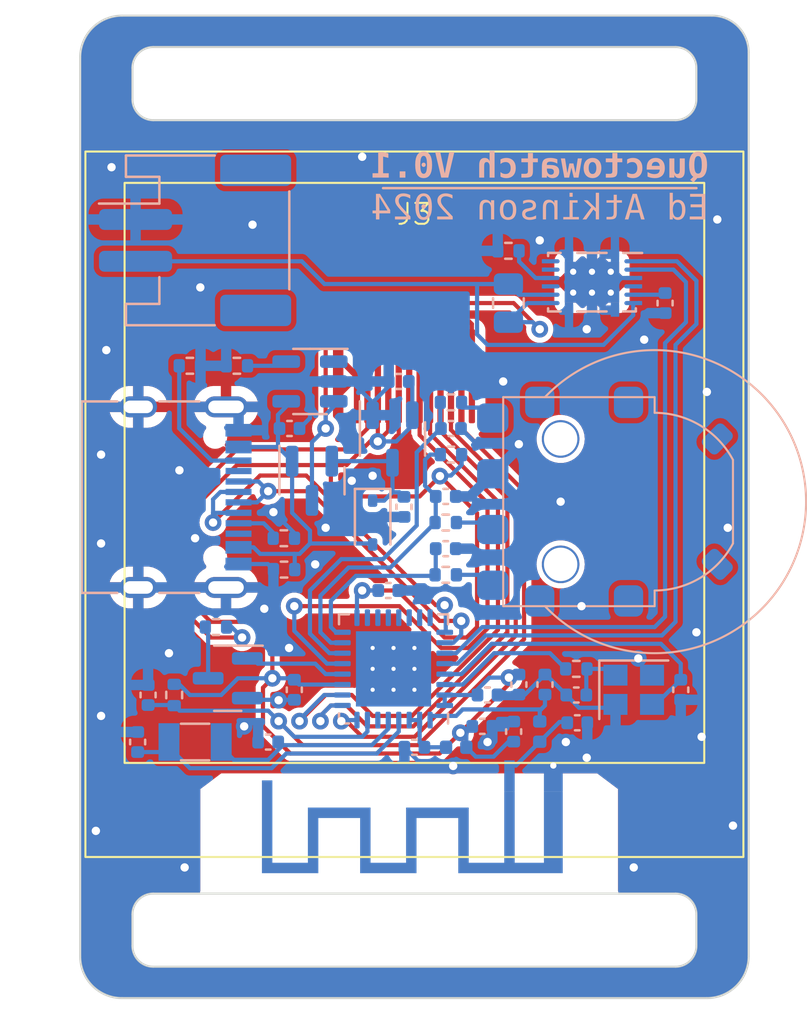
<source format=kicad_pcb>
(kicad_pcb (version 20221018) (generator pcbnew)
  (layers (0 "F.Cu" signal) (31 "B.Cu" signal) (34 "B.Paste" user) (35 "F.Paste" user) (36 "B.SilkS" user "B.Silkscreen") (37 "F.SilkS" user "F.Silkscreen") (38 "B.Mask" user) (39 "F.Mask" user) (44 "Edge.Cuts" user))
  (net 0 "")
  (net 1 "GND")
  (net 2 "VBUS")
  (net 3 "Net-(J1-CC1)")
  (net 4 "/USB_DP")
  (net 5 "/USB_DN")
  (net 7 "Net-(J1-CC2)")
  (net 9 "+3V3")
  (net 10 "/~{RESET}")
  (net 11 "/SCK")
  (net 12 "/MOSI")
  (net 13 "+BATT")
  (net 14 "Net-(U1-XTAL_32K_P{slash}ADC1_CH0{slash}IO0)")
  (net 15 "Net-(U1-XTAL_32K_N{slash}ADC1_CH1{slash}IO1)")
  (net 23 "Net-(U1-XTAL_N)")
  (net 24 "Net-(U1-XTAL_P)")
  (net 25 "/SDA")
  (net 26 "/SCL")
  (net 28 "Net-(U2-V_{DD})")
  (net 30 "Net-(U2-BIN)")
  (net 33 "Net-(U3-PROG)")
  (net 34 "Net-(C1-Pad2)")
  (net 35 "/LCD_CS")
  (net 36 "/LCD_DC")
  (net 37 "/LCD_BL")
  (net 38 "/ENC_SW")
  (net 39 "/ENC_A")
  (net 40 "/ENC_B")
  (net 42 "/LCD_BL_K")
  (net 43 "Net-(Q2-D)")
  (net 44 "/LNA_IN")
  (net 45 "Net-(AE1-FEED)")
  (net 46 "Net-(J4-Pin_1)")
  (net 47 "Net-(J4-Pin_2)")
  (net 48 "Net-(J4-Pin_4)")
  (net 50 "Net-(C8-Pad1)")
  (net 51 "Net-(D1-K)")
  (net 52 "Net-(J2-Pin_2)")
  (footprint "local:1.54 ST7789" (layer "F.Cu") (at 130 58)
    (fp_text reference "J3")
    (fp_text value "ST7789 1.54\" LCD")
  )
  (footprint "Capacitor_SMD:C_0402_1005Metric" (layer "B.Cu") (at 142 48.5 -90)
    (fp_text reference "C14" hide)
    (fp_text value "470n")
  )
  (footprint "Capacitor_SMD:C_0402_1005Metric" (layer "B.Cu") (at 131.5 60.25)
    (fp_text reference "C20" hide)
    (fp_text value "10n")
  )
  (footprint "Resistor_SMD:R_0402_1005Metric" (layer "B.Cu") (at 118.5 67.25 -90)
    (fp_text reference "R1" hide)
    (fp_text value "10K")
  )
  (footprint "Capacitor_SMD:C_0402_1005Metric" (layer "B.Cu") (at 124.02 54.5)
    (fp_text reference "C15" hide)
    (fp_text value "1u")
  )
  (footprint "Capacitor_SMD:C_0402_1005Metric" (layer "B.Cu") (at 133.5 67.25)
    (fp_text reference "C12" hide)
    (fp_text value "10n")
  )
  (footprint "Package_TO_SOT_SMD:SOT-23" (layer "B.Cu") (at 121.0625 66.45 180)
    (fp_text reference "Q2" hide)
    (fp_text value "AO3400A")
  )
  (footprint "Resistor_SMD:R_0402_1005Metric" (layer "B.Cu") (at 131.5 59)
    (fp_text reference "R12" hide)
    (fp_text value "10K")
  )
  (footprint "Capacitor_SMD:C_0402_1005Metric" (layer "B.Cu") (at 137.795 68.58)
    (fp_text reference "C19" hide)
    (fp_text value "3p3")
  )
  (footprint "Resistor_SMD:R_0402_1005Metric" (layer "B.Cu") (at 123.76 61.25)
    (fp_text reference "R10" hide)
    (fp_text value "10K")
  )
  (footprint "Package_TO_SOT_SMD:SOT-23-5" (layer "B.Cu") (at 125 52.25 180)
    (fp_text reference "U3" hide)
    (fp_text value "TP4054")
  )
  (footprint "Resistor_SMD:R_0402_1005Metric" (layer "B.Cu") (at 131.5 61.5)
    (fp_text reference "R11" hide)
    (fp_text value "10K")
  )
  (footprint "Resistor_SMD:R_0402_1005Metric" (layer "B.Cu") (at 119.25 51.5 180)
    (fp_text reference "R3" hide)
    (fp_text value "5K1")
  )
  (footprint "Crystal:Crystal_SMD_3215-2Pin_3.2x1.5mm" (layer "B.Cu") (at 119.5 69.5)
    (fp_text reference "Y2" hide)
    (fp_text value "32.768kHz 6pF ±20ppm")
  )
  (footprint "Capacitor_SMD:C_0402_1005Metric" (layer "B.Cu") (at 133.25 68.75)
    (fp_text reference "C5" hide)
    (fp_text value "10u")
  )
  (footprint "Package_DFN_QFN:QFN-32-1EP_5x5mm_P0.5mm_EP3.6x3.6mm_ThermalVias" (layer "B.Cu") (at 129 66 90)
    (fp_text reference "U1" hide)
    (fp_text value "ESP32-C3FH4AZ")
  )
  (footprint "Inductor_SMD:L_0402_1005Metric" (layer "B.Cu") (at 132 69.75 180)
    (fp_text reference "L1" hide)
    (fp_text value "2n2")
  )
  (footprint "Resistor_SMD:R_0402_1005Metric" (layer "B.Cu") (at 123.75 59.75)
    (fp_text reference "R4" hide)
    (fp_text value "5K1")
  )
  (footprint "Connector_USB:USB_C_Receptacle_G-Switch_GT-USB-7010ASV" (layer "B.Cu") (at 117.856 57.785 90)
    (fp_text reference "J1" hide)
    (fp_text value "USB_C_Receptacle_USB2.0")
  )
  (footprint "Connector_JST:JST_PH_S2B-PH-SM4-TB_1x02-1MP_P2.00mm_Horizontal" (layer "B.Cu") (at 119.5 45.5 -90)
    (fp_text reference "J2" hide)
    (fp_text value "Battery")
  )
  (footprint "Resistor_SMD:R_0402_1005Metric" (layer "B.Cu") (at 131.75 55.75 180)
    (fp_text reference "R5" hide)
    (fp_text value "10K")
  )
  (footprint "Resistor_SMD:R_0805_2012Metric" (layer "B.Cu") (at 134.5 48.5 -90)
    (fp_text reference "R6" hide)
    (fp_text value "R01 1%")
  )
  (footprint "Capacitor_SMD:C_0402_1005Metric" (layer "B.Cu") (at 131.5 57.75)
    (fp_text reference "C21" hide)
    (fp_text value "10n")
  )
  (footprint "local:Texas_SWRA117D_2.4GHz_Left" (layer "B.Cu") (at 134.55 70.625)
    (fp_text reference "AE1" hide)
    (fp_text value "Antenna_PCB")
  )
  (footprint "Capacitor_SMD:C_0402_1005Metric" (layer "B.Cu") (at 137.75 67.25)
    (fp_text reference "C1" hide)
    (fp_text value "12p")
  )
  (footprint "Crystal:Crystal_SMD_2520-4Pin_2.5x2.0mm" (layer "B.Cu") (at 140.5 67)
    (fp_text reference "Y1" hide)
    (fp_text value "40MHz 9pF ±10ppm")
  )
  (footprint "Capacitor_SMD:C_0402_1005Metric" (layer "B.Cu") (at 116.75 69.5 -90)
    (fp_text reference "C3" hide)
    (fp_text value "6p8")
  )
  (footprint "Capacitor_SMD:C_0402_1005Metric" (layer "B.Cu") (at 135 66.75 -90)
    (fp_text reference "C11" hide)
    (fp_text value "1u")
  )
  (footprint "Capacitor_SMD:C_0402_1005Metric" (layer "B.Cu") (at 136.25 66.75 90)
    (fp_text reference "C13" hide)
    (fp_text value "3p3")
  )
  (footprint "Resistor_SMD:R_0402_1005Metric" (layer "B.Cu") (at 120.5 64 180)
    (fp_text reference "R9" hide)
    (fp_text value "10R")
  )
  (footprint "Capacitor_SMD:C_0402_1005Metric" (layer "B.Cu") (at 129.5 58.25 -90)
    (fp_text reference "C16" hide)
    (fp_text value "1u")
  )
  (footprint "Package_SON:Texas_S-PDSO-N12" (layer "B.Cu") (at 138.5 47.5 180)
    (fp_text reference "U2" hide)
    (fp_text value "BQ27441DRZR-G1A")
  )
  (footprint "Package_TO_SOT_SMD:SOT-23-3" (layer "B.Cu") (at 128.95 55 -90)
    (fp_text reference "U4" hide)
    (fp_text value "XC6206PxxxMR")
  )
  (footprint "Capacitor_SMD:C_0402_1005Metric" (layer "B.Cu") (at 131.75 54.5)
    (fp_text reference "C22" hide)
    (fp_text value "10n")
  )
  (footprint "Resistor_SMD:R_0402_1005Metric" (layer "B.Cu") (at 134.5 46 180)
    (fp_text reference "R7" hide)
    (fp_text value "10K")
  )
  (footprint "Capacitor_SMD:C_0402_1005Metric" (layer "B.Cu") (at 123 69.5 180)
    (fp_text reference "C4" hide)
    (fp_text value "6p8")
  )
  (footprint "Package_TO_SOT_SMD:SOT-23" (layer "B.Cu") (at 125.095 57 -90)
    (fp_text reference "Q1" hide)
    (fp_text value "AO3401A")
  )
  (footprint "Resistor_SMD:R_0402_1005Metric" (layer "B.Cu") (at 131.75 53.25)
    (fp_text reference "R13" hide)
    (fp_text value "10K")
  )
  (footprint "Capacitor_SMD:C_0402_1005Metric" (layer "B.Cu") (at 117.25 67.25 90)
    (fp_text reference "C6" hide)
    (fp_text value "1u")
  )
  (footprint "Inductor_SMD:L_0402_1005Metric" (layer "B.Cu") (at 136 69 -90)
    (fp_text reference "L2" hide)
    (fp_text value "2n2")
  )
  (footprint "local:SIQ-02FVS3" (layer "B.Cu") (at 141.5 58 90)
    (fp_text reference "J4" hide)
    (fp_text value "SIQ-02FVS3")
  )
  (footprint "Capacitor_SMD:C_0402_1005Metric" (layer "B.Cu") (at 128.75 62.25)
    (fp_text reference "C10" hide)
    (fp_text value "100n")
  )
  (footprint "Capacitor_SMD:C_0402_1005Metric" (layer "B.Cu") (at 134.75 69 90)
    (fp_text reference "C7" hide)
    (fp_text value "100n")
  )
  (footprint "Resistor_SMD:R_0402_1005Metric" (layer "B.Cu") (at 137.75 66 180)
    (fp_text reference "R2" hide)
    (fp_text value "22R")
  )
  (footprint "Capacitor_SMD:C_0402_1005Metric" (layer "B.Cu") (at 142.75 67 -90)
    (fp_text reference "C2" hide)
    (fp_text value "12p")
  )
  (footprint "Capacitor_SMD:C_0402_1005Metric" (layer "B.Cu") (at 130 69.75 180)
    (fp_text reference "C8" hide)
    (fp_text value "100n")
  )
  (footprint "Capacitor_SMD:C_0402_1005Metric" (layer "B.Cu") (at 124.25 67 -90)
    (fp_text reference "C9" hide)
    (fp_text value "100n")
  )
  (footprint "Capacitor_SMD:C_0402_1005Metric" (layer "B.Cu") (at 129.25 52.25 180)
    (fp_text reference "C17" hide)
    (fp_text value "1u")
  )
  (footprint "Resistor_SMD:R_0402_1005Metric" (layer "B.Cu") (at 121.5 51.5)
    (fp_text reference "R8" hide)
    (fp_text value "2K2")
  )
  (footprint "Diode_SMD:D_SOD-323" (layer "B.Cu") (at 128 59 -90)
    (fp_text reference "D1" hide)
    (fp_text value "1N5819WS")
  )
  (gr_line (start 128.5 43) (end 143.5 43) (stroke (width 0.12)) (layer "B.SilkS"))
  (gr_arc (start 117.5 80.25) (mid 116.792893 79.957107) (end 116.5 79.25) (stroke (width 0.1)) (layer "Edge.Cuts"))
  (gr_line (start 146 36.5) (end 146 79.75) (stroke (width 0.1)) (layer "Edge.Cuts"))
  (gr_arc (start 117.5 39.75) (mid 116.792893 39.457107) (end 116.5 38.75) (stroke (width 0.1)) (layer "Edge.Cuts"))
  (gr_arc (start 142.5 36.25) (mid 143.207107 36.542893) (end 143.5 37.25) (stroke (width 0.1)) (layer "Edge.Cuts"))
  (gr_arc (start 146 79.75) (mid 145.414214 81.164214) (end 144 81.75) (stroke (width 0.1)) (layer "Edge.Cuts"))
  (gr_arc (start 116.5 77.75) (mid 116.792893 77.042893) (end 117.5 76.75) (stroke (width 0.1)) (layer "Edge.Cuts"))
  (gr_line (start 143.5 38.75) (end 143.5 37.25) (stroke (width 0.1)) (layer "Edge.Cuts"))
  (gr_line (start 142.5 39.75) (end 117.5 39.75) (stroke (width 0.1)) (layer "Edge.Cuts"))
  (gr_arc (start 143.5 38.75) (mid 143.207107 39.457107) (end 142.5 39.75) (stroke (width 0.1)) (layer "Edge.Cuts"))
  (gr_line (start 142.5 76.75) (end 117.5 76.75) (stroke (width 0.1)) (layer "Edge.Cuts"))
  (gr_arc (start 143.5 79.25) (mid 143.207107 79.957107) (end 142.5 80.25) (stroke (width 0.1)) (layer "Edge.Cuts"))
  (gr_arc (start 116 81.75) (mid 114.585786 81.164214) (end 114 79.75) (stroke (width 0.1)) (layer "Edge.Cuts"))
  (gr_arc (start 116.5 37.25) (mid 116.792893 36.542893) (end 117.5 36.25) (stroke (width 0.1)) (layer "Edge.Cuts"))
  (gr_line (start 116.5 79.25) (end 116.5 77.75) (stroke (width 0.1)) (layer "Edge.Cuts"))
  (gr_line (start 117.5 80.25) (end 142.5 80.25) (stroke (width 0.1)) (layer "Edge.Cuts"))
  (gr_line (start 114 79.75) (end 114 36.75) (stroke (width 0.1)) (layer "Edge.Cuts"))
  (gr_arc (start 114 36.75) (mid 114.585786 35.335786) (end 116 34.75) (stroke (width 0.1)) (layer "Edge.Cuts"))
  (gr_line (start 116.5 38.75) (end 116.5 37.25) (stroke (width 0.1)) (layer "Edge.Cuts"))
  (gr_line (start 144 81.75) (end 116 81.75) (stroke (width 0.1)) (layer "Edge.Cuts"))
  (gr_line (start 117.5 36.25) (end 142.5 36.25) (stroke (width 0.1)) (layer "Edge.Cuts"))
  (gr_line (start 116 34.75) (end 144.25 34.75) (stroke (width 0.1)) (layer "Edge.Cuts"))
  (gr_arc (start 142.5 76.75) (mid 143.207107 77.042893) (end 143.5 77.75) (stroke (width 0.1)) (layer "Edge.Cuts"))
  (gr_line (start 143.5 79.25) (end 143.5 77.75) (stroke (width 0.1)) (layer "Edge.Cuts"))
  (gr_arc (start 144.25 34.75) (mid 145.487437 35.262563) (end 146 36.5) (stroke (width 0.1)) (layer "Edge.Cuts"))
  (gr_text "Ed Atkinson 2024" (at 136 44) (layer "B.SilkS") (effects (font (size 1.2 1.2)) (justify mirror)))
  (gr_text "Quectowatch V0.1" (at 136 42) (layer "B.SilkS") (effects (font (size 1.2 1.2) (thickness 0.24) bold) (justify mirror)))
  (segment (start 129.25 55) (end 129.75 55) (width 0.2) (layer "F.Cu") (net 1))
  (segment (start 129.25 52) (end 129.25 55) (width 0.2) (layer "F.Cu") (net 1))
  (segment (start 132.5 49.25) (end 132.75 49.5) (width 0.2) (layer "F.Cu") (net 1))
  (segment (start 129.75 55) (end 129.75 52) (width 0.2) (layer "F.Cu") (net 1))
  (segment (start 127.25 52) (end 127.25 49.5) (width 0.2) (layer "F.Cu") (net 1))
  (segment (start 127.25 49.5) (end 127.5 49.25) (width 0.2) (layer "F.Cu") (net 1))
  (segment (start 129.75 52) (end 129.75 49.25) (width 0.2) (layer "F.Cu") (net 1))
  (segment (start 127.5 49.25) (end 129.25 49.25) (width 0.2) (layer "F.Cu") (net 1))
  (segment (start 129.25 49.25) (end 129.25 52) (width 0.2) (layer "F.Cu") (net 1))
  (segment (start 129.75 49.25) (end 132.5 49.25) (width 0.2) (layer "F.Cu") (net 1))
  (segment (start 129.25 49.25) (end 129.75 49.25) (width 0.2) (layer "F.Cu") (net 1))
  (segment (start 132.75 49.5) (end 132.75 52) (width 0.2) (layer "F.Cu") (net 1))
  (via (at 115 68.25) (size 0.8) (drill 0.4) (layers "F.Cu" "B.Cu") (net 1))
  (via (at 115 55.75) (size 0.8) (drill 0.4) (layers "F.Cu" "B.Cu") (net 1))
  (via (at 141 50.25) (size 0.8) (drill 0.4) (layers "F.Cu" "B.Cu") (net 1))
  (via (at 125.75 59.25) (size 0.8) (drill 0.4) (layers "F.Cu" "B.Cu") (net 1))
  (via (at 140.71875 65.4995) (size 0.8) (drill 0.4) (layers "F.Cu" "B.Cu") (net 1))
  (via (at 118.25 65.25) (size 0.8) (drill 0.4) (layers "F.Cu" "B.Cu") (net 1))
  (via (at 127 57) (size 0.8) (drill 0.4) (layers "F.Cu" "B.Cu") (net 1))
  (via (at 127.5 41.5) (size 0.8) (drill 0.4) (layers "F.Cu" "B.Cu") (net 1))
  (via (at 124 65) (size 0.8) (drill 0.4) (layers "F.Cu" "B.Cu") (net 1))
  (via (at 125.25 61) (size 0.8) (drill 0.4) (layers "F.Cu" "B.Cu") (net 1))
  (via (at 137 58) (size 0.8) (drill 0.4) (layers "F.Cu" "B.Cu") (net 1))
  (via (at 134.25 52.25) (size 0.8) (drill 0.4) (layers "F.Cu" "B.Cu") (net 1))
  (via (at 138 63) (size 0.8) (drill 0.4) (layers "F.Cu" "B.Cu") (net 1))
  (via (at 122.812826 63.124347) (size 0.8) (drill 0.4) (layers "F.Cu" "B.Cu") (net 1))
  (via (at 135 55.25) (size 0.8) (drill 0.4) (layers "F.Cu" "B.Cu") (net 1))
  (via (at 114.75 73.75) (size 0.8) (drill 0.4) (layers "F.Cu" "B.Cu") (net 1))
  (via (at 122.25 44.75) (size 0.8) (drill 0.4) (layers "F.Cu" "B.Cu") (net 1))
  (via (at 119.5 59.75) (size 0.8) (drill 0.4) (layers "F.Cu" "B.Cu") (net 1))
  (via (at 145.25 73.5) (size 0.8) (drill 0.4) (layers "F.Cu" "B.Cu") (net 1))
  (via (at 144.5 44.5) (size 0.8) (drill 0.4) (layers "F.Cu" "B.Cu") (net 1))
  (via (at 140.5 75.5) (size 0.8) (drill 0.4) (layers "F.Cu" "B.Cu") (net 1))
  (via (at 145 59.25) (size 0.8) (drill 0.4) (layers "F.Cu" "B.Cu") (net 1))
  (via (at 133.5 69.5) (size 0.8) (drill 0.4) (layers "F.Cu" "B.Cu") (net 1))
  (via (at 115.5 42) (size 0.8) (drill 0.4) (layers "F.Cu" "B.Cu") (net 1))
  (via (at 119 75.5) (size 0.8) (drill 0.4) (layers "F.Cu" "B.Cu") (net 1))
  (via (at 137.25 69.5) (size 0.8) (drill 0.4) (layers "F.Cu" "B.Cu") (net 1))
  (via (at 138.25 49.75) (size 0.8) (drill 0.4) (layers "F.Cu" "B.Cu") (net 1))
  (via (at 123.5 67.5) (size 0.8) (drill 0.4) (layers "F.Cu" "B.Cu") (net 1))
  (via (at 143.5 64.25) (size 0.8) (drill 0.4) (layers "F.Cu" "B.Cu") (net 1))
  (via (at 123.25 58.5) (size 0.8) (drill 0.4) (layers "F.Cu" "B.Cu") (net 1))
  (via (at 144 52.75) (size 0.8) (drill 0.4) (layers "F.Cu" "B.Cu") (net 1))
  (via (at 115.25 50.75) (size 0.8) (drill 0.4) (layers "F.Cu" "B.Cu") (net 1))
  (via (at 143.75 69.25) (size 0.8) (drill 0.4) (layers "F.Cu" "B.Cu") (net 1))
  (via (at 138.25 70.25) (size 0.8) (drill 0.4) (layers "F.Cu" "B.Cu") (net 1))
  (via (at 131.855684 70.644089) (size 0.8) (drill 0.4) (layers "F.Cu" "B.Cu") (net 1))
  (via (at 119.75 47.75) (size 0.8) (drill 0.4) (layers "F.Cu" "B.Cu") (net 1))
  (via (at 115 60) (size 0.8) (drill 0.4) (layers "F.Cu" "B.Cu") (net 1))
  (via (at 128 56.762) (size 0.8) (drill 0.4) (layers "F.Cu" "B.Cu") (net 1))
  (via (at 136 45.5) (size 0.8) (drill 0.4) (layers "F.Cu" "B.Cu") (net 1))
  (via (at 121.849502 68.75) (size 0.8) (drill 0.4) (layers "F.Cu" "B.Cu") (net 1))
  (via (at 118.75 56.5) (size 0.8) (drill 0.4) (layers "F.Cu" "B.Cu") (net 1))
  (segment (start 135 67.23) (end 135.29 67.23) (width 0.2) (layer "B.Cu") (net 1))
  (segment (start 139.7 47.3) (end 139.4 47) (width 0.2) (layer "B.Cu") (net 1))
  (segment (start 137.235 69.485) (end 137.25 69.5) (width 0.2) (layer "B.Cu") (net 1))
  (segment (start 125.25 52.25) (end 126.1375 52.25) (width 0.2) (layer "B.Cu") (net 1))
  (segment (start 137.27 67.25) (end 137.88 67.86) (width 0.2) (layer "B.Cu") (net 1))
  (segment (start 139.465 67.86) (end 139.625 67.7) (width 0.2) (layer "B.Cu") (net 1))
  (segment (start 130.414089 70.644089) (end 129.52 69.75) (width 0.2) (layer "B.Cu") (net 1))
  (segment (start 122 67.4) (end 122.08 67.48) (width 0.2) (layer "B.Cu") (net 1))
  (segment (start 131.855684 70.644089) (end 129.394089 70.644089) (width 0.2) (layer "B.Cu") (net 1))
  (segment (start 123.5 67.5) (end 123.52 67.48) (width 0.2) (layer "B.Cu") (net 1))
  (segment (start 128 53.25) (end 128 53.8625) (width 0.2) (layer "B.Cu") (net 1))
  (segment (start 124.26 59.75) (end 124.26 59.51) (width 0.2) (layer "B.Cu") (net 1))
  (segment (start 124.5 54.5) (end 125 54) (width 0.2) (layer "B.Cu") (net 1))
  (segment (start 137.88 67.86) (end 139.465 67.86) (width 0.2) (layer "B.Cu") (net 1))
  (segment (start 122.08 67.48) (end 123.48 67.48) (width 0.2) (layer "B.Cu") (net 1))
  (segment (start 128 53.25) (end 128.77 52.48) (width 0.2) (layer "B.Cu") (net 1))
  (segment (start 125 52.5) (end 125.25 52.25) (width 0.2) (layer "B.Cu") (net 1))
  (segment (start 135.29 67.23) (end 136.25 66.27) (width 0.2) (layer "B.Cu") (net 1))
  (segment (start 135 67.23) (end 134 67.23) (width 0.2) (layer "B.Cu") (net 1))
  (segment (start 134 67.23) (end 133.98 67.25) (width 0.2) (layer "B.Cu") (net 1))
  (segment (start 136.29 66.27) (end 137.27 67.25) (width 0.2) (layer "B.Cu") (net 1))
  (segment (start 140.475 47.3) (end 139.7 47.3) (width 0.2) (layer "B.Cu") (net 1))
  (segment (start 129.394089 70.644089) (end 129.25 70.5) (width 0.2) (layer "B.Cu") (net 1))
  (segment (start 122.985 60.985) (end 123.25 61.25) (width 0.2) (layer "B.Cu") (net 1))
  (segment (start 125 54) (end 125 52.5) (width 0.2) (layer "B.Cu") (net 1))
  (segment (start 127 52.25) (end 128 53.25) (width 0.2) (layer "B.Cu") (net 1))
  (segment (start 136.25 66.27) (end 136.29 66.27) (width 0.2) (layer "B.Cu") (net 1))
  (segment (start 132.23 54.5) (end 132.98 55.25) (width 0.2) (layer "B.Cu") (net 1))
  (segment (start 131.855684 70.644089) (end 130.414089 70.644089) (width 0.2) (layer "B.Cu") (net 1))
  (segment (start 123.48 67.48) (end 123.5 67.5) (width 0.2) (layer "B.Cu") (net 1))
  (segment (start 128.77 52.48) (end 128.77 52.25) (width 0.2) (layer "B.Cu") (net 1))
  (segment (start 121.581 60.985) (end 122.985 60.985) (width 0.2) (layer "B.Cu") (net 1))
  (segment (start 126.1375 52.25) (end 127 52.25) (width 0.2) (layer "B.Cu") (net 1))
  (segment (start 132.98 55.25) (end 135 55.25) (width 0.2) (layer "B.Cu") (net 1))
  (segment (start 124.26 59.51) (end 123.25 58.5) (width 0.2) (layer "B.Cu") (net 1))
  (segment (start 123.52 67.48) (end 124.25 67.48) (width 0.2) (layer "B.Cu") (net 1))
  (segment (start 122.616 60.5) (end 124.25 60.5) (width 0.2) (layer "B.Cu") (net 2))
  (segment (start 125 60) (end 124.5 60.5) (width 0.2) (layer "B.Cu") (net 2))
  (segment (start 127.95 60) (end 128 60.05) (width 0.2) (layer "B.Cu") (net 2))
  (segment (start 124.27 60.52) (end 124.25 60.5) (width 0.2) (layer "B.Cu") (net 2))
  (segment (start 125 60) (end 125 59.3875) (width 0.2) (layer "B.Cu") (net 2))
  (segment (start 124.145 58.5325) (end 124.145 55.78) (width 0.2) (layer "B.Cu") (net 2))
  (segment (start 121.581 60.185) (end 122.301 60.185) (width 0.2) (layer "B.Cu") (net 2))
  (segment (start 123.4675 54.5725) (end 123.54 54.5) (width 0.2) (layer "B.Cu") (net 2))
  (segment (start 124.25 60.5) (end 124.5 60.5) (width 0.2) (layer "B.Cu") (net 2))
  (segment (start 123.4675 55) (end 123.4675 53.845) (width 0.2) (layer "B.Cu") (net 2))
  (segment (start 125 60) (end 127.95 60) (width 0.2) (layer "B.Cu") (net 2))
  (segment (start 121.581 55.385) (end 123.4675 55.385) (width 0.2) (layer "B.Cu") (net 2))
  (segment (start 125 59.3875) (end 124.145 58.5325) (width 0.2) (layer "B.Cu") (net 2))
  (segment (start 122.301 60.185) (end 122.616 60.5) (width 0.2) (layer "B.Cu") (net 2))
  (segment (start 124.27 61.25) (end 124.27 60.52) (width 0.2) (layer "B.Cu") (net 2))
  (segment (start 123.4675 55.385) (end 124.145 56.0625) (width 0.2) (layer "B.Cu") (net 2))
  (segment (start 123.4675 55) (end 123.4675 54.5725) (width 0.2) (layer "B.Cu") (net 2))
  (segment (start 123.4675 55.385) (end 123.4675 55) (width 0.2) (layer "B.Cu") (net 2))
  (segment (start 123.4675 53.845) (end 123.8625 53.45) (width 0.2) (layer "B.Cu") (net 2))
  (segment (start 122.785 59.035) (end 121.581 59.035) (width 0.2) (layer "B.Cu") (net 3))
  (segment (start 123.24 59.49) (end 122.785 59.035) (width 0.2) (layer "B.Cu") (net 3))
  (segment (start 131.210339 63.70556) (end 125.004779 57.5) (width 0.2) (layer "F.Cu") (net 4))
  (segment (start 132.241349 63.70556) (end 131.210339 63.70556) (width 0.2) (layer "F.Cu") (net 4))
  (segment (start 125.004779 57.5) (end 123 57.5) (width 0.2) (layer "F.Cu") (net 4))
  (via (at 123 57.5) (size 0.8) (drill 0.4) (layers "F.Cu" "B.Cu") (net 4))
  (via (at 132.241349 63.70556) (size 0.8) (drill 0.4) (layers "F.Cu" "B.Cu") (net 4))
  (segment (start 122.75 57.75) (end 122.465 58.035) (width 0.2) (layer "B.Cu") (net 4))
  (segment (start 122.465 58.035) (end 121.581 58.035) (width 0.2) (layer "B.Cu") (net 4))
  (segment (start 132.241349 64.371303) (end 131.862652 64.75) (width 0.2) (layer "B.Cu") (net 4))
  (segment (start 123 57.5) (end 122.75 57.75) (width 0.2) (layer "B.Cu") (net 4))
  (segment (start 121.581 57.035) (end 122.535 57.035) (width 0.2) (layer "B.Cu") (net 4))
  (segment (start 122.75 57.25) (end 123 57.5) (width 0.2) (layer "B.Cu") (net 4))
  (segment (start 122.535 57.035) (end 122.75 57.25) (width 0.2) (layer "B.Cu") (net 4))
  (segment (start 132.241349 63.70556) (end 132.241349 64.371303) (width 0.2) (layer "B.Cu") (net 4))
  (segment (start 131.862652 64.75) (end 131.45 64.75) (width 0.2) (layer "B.Cu") (net 4))
  (segment (start 131.021373 62.950908) (end 124.820465 56.75) (width 0.2) (layer "F.Cu") (net 5))
  (segment (start 122.611498 56.75) (end 120.361498 59) (width 0.2) (layer "F.Cu") (net 5))
  (segment (start 131.444931 62.950908) (end 131.021373 62.950908) (width 0.2) (layer "F.Cu") (net 5))
  (segment (start 124.820465 56.75) (end 122.611498 56.75) (width 0.2) (layer "F.Cu") (net 5))
  (via (at 131.444931 62.950908) (size 0.8) (drill 0.4) (layers "F.Cu" "B.Cu") (net 5))
  (via (at 120.361498 59) (size 0.8) (drill 0.4) (layers "F.Cu" "B.Cu") (net 5))
  (segment (start 120.361498 59) (end 120.361498 58.535) (width 0.2) (layer "B.Cu") (net 5))
  (segment (start 131.444931 62.950908) (end 131.5 63.005977) (width 0.2) (layer "B.Cu") (net 5))
  (segment (start 120.361498 58.535) (end 121.581 58.535) (width 0.2) (layer "B.Cu") (net 5))
  (segment (start 120.361498 57.888502) (end 120.715 57.535) (width 0.2) (layer "B.Cu") (net 5))
  (segment (start 120.715 57.535) (end 121.581 57.535) (width 0.2) (layer "B.Cu") (net 5))
  (segment (start 131.5 63.005977) (end 131.5 64.2) (width 0.2) (layer "B.Cu") (net 5))
  (segment (start 120.361498 59) (end 120.361498 57.888502) (width 0.2) (layer "B.Cu") (net 5))
  (segment (start 131.5 64.2) (end 131.45 64.25) (width 0.2) (layer "B.Cu") (net 5))
  (segment (start 118.74 51.5) (end 118.74 54.49) (width 0.2) (layer "B.Cu") (net 7))
  (segment (start 118.74 54.49) (end 120.285 56.035) (width 0.2) (layer "B.Cu") (net 7))
  (segment (start 120.285 56.035) (end 121.581 56.035) (width 0.2) (layer "B.Cu") (net 7))
  (segment (start 127.881925 55.118075) (end 126.75 56.25) (width 0.2) (layer "F.Cu") (net 9))
  (segment (start 133 64) (end 132.5 64.5) (width 0.2) (layer "F.Cu") (net 9))
  (segment (start 126 56.25) (end 126 57.118628) (width 0.2) (layer "F.Cu") (net 9))
  (segment (start 126.631372 57.75) (end 130.25 57.75) (width 0.2) (layer "F.Cu") (net 9))
  (segment (start 128.740231 54.625777) (end 128.247933 55.118075) (width 0.2) (layer "F.Cu") (net 9))
  (segment (start 118.75 62.25) (end 118.75 59) (width 0.2) (layer "F.Cu") (net 9))
  (segment (start 124.06005 70.05) (end 122.75 68.73995) (width 0.2) (layer "F.Cu") (net 9))
  (segment (start 122.75 68.73995) (end 122.75 66.8995) (width 0.2) (layer "F.Cu") (net 9))
  (segment (start 133 58.55493) (end 133 64) (width 0.2) (layer "F.Cu") (net 9))
  (segment (start 120.25 63.75) (end 118.75 62.25) (width 0.2) (layer "F.Cu") (net 9))
  (segment (start 128.247933 55.118075) (end 128.247933 52.002067) (width 0.2) (layer "F.Cu") (net 9))
  (segment (start 128.247933 55.118075) (end 127.881925 55.118075) (width 0.2) (layer "F.Cu") (net 9))
  (segment (start 128.740231 54.290099) (end 128.75 54.28033) (width 0.2) (layer "F.Cu") (net 9))
  (segment (start 128.75 54.28033) (end 128.75 52) (width 0.2) (layer "F.Cu") (net 9))
  (segment (start 118.75 59) (end 121.5 56.25) (width 0.2) (layer "F.Cu") (net 9))
  (segment (start 131.205884 70.05) (end 124.06005 70.05) (width 0.2) (layer "F.Cu") (net 9))
  (segment (start 122.5 63.75) (end 120.25 63.75) (width 0.2) (layer "F.Cu") (net 9))
  (segment (start 130.25 57.75) (end 131.222535 56.777465) (width 0.2) (layer "F.Cu") (net 9))
  (segment (start 132.5 64.5) (end 131.439093 64.5) (width 0.2) (layer "F.Cu") (net 9))
  (segment (start 131.222535 56.777465) (end 133 58.55493) (width 0.2) (layer "F.Cu") (net 9))
  (segment (start 129.189093 62.25) (end 127.5 62.25) (width 0.2) (layer "F.Cu") (net 9))
  (segment (start 123.2 66.4495) (end 123.2 64.45) (width 0.2) (layer "F.Cu") (net 9))
  (segment (start 134.52249 66.733394) (end 131.205884 70.05) (width 0.2) (layer "F.Cu") (net 9))
  (segment (start 122.75 66.8995) (end 123.2 66.4495) (width 0.2) (layer "F.Cu") (net 9))
  (segment (start 126.75 56.25) (end 126 56.25) (width 0.2) (layer "F.Cu") (net 9))
  (segment (start 128.247933 52.002067) (end 128.25 52) (width 0.2) (layer "F.Cu") (net 9))
  (segment (start 121.5 56.25) (end 126 56.25) (width 0.2) (layer "F.Cu") (net 9))
  (segment (start 128.740231 54.290099) (end 128.740231 54.625777) (width 0.2) (layer "F.Cu") (net 9))
  (segment (start 131.439093 64.5) (end 129.189093 62.25) (width 0.2) (layer "F.Cu") (net 9))
  (segment (start 123.2 64.45) (end 122.5 63.75) (width 0.2) (layer "F.Cu") (net 9))
  (segment (start 134.52249 66.417468) (end 134.52249 66.733394) (width 0.2) (layer "F.Cu") (net 9))
  (segment (start 126 57.118628) (end 126.631372 57.75) (width 0.2) (layer "F.Cu") (net 9))
  (via (at 123.2 66.4495) (size 0.8) (drill 0.4) (layers "F.Cu" "B.Cu") (net 9))
  (via (at 132.198592 69.057292) (size 0.8) (drill 0.4) (layers "F.Cu" "B.Cu") (net 9))
  (via (at 131.222535 56.777465) (size 0.8) (drill 0.4) (layers "F.Cu" "B.Cu") (net 9))
  (via (at 134.52249 66.417468) (size 0.8) (drill 0.4) (layers "F.Cu" "B.Cu") (net 9))
  (via (at 127.5 62.25) (size 0.8) (drill 0.4) (layers "F.Cu" "B.Cu") (net 9))
  (via (at 128.247933 55.118075) (size 0.8) (drill 0.4) (layers "F.Cu" "B.Cu") (net 9))
  (segment (start 119.25 67.25) (end 118.74 66.74) (width 0.2) (layer "B.Cu") (net 9))
  (segment (start 123.2 66.4495) (end 121.5505 66.4495) (width 0.2) (layer "B.Cu") (net 9))
  (segment (start 124.48 66.75) (end 126.55 66.75) (width 0.2) (layer "B.Cu") (net 9))
  (segment (start 132.198592 69.057292) (end 132.220884 69.035) (width 0.2) (layer "B.Cu") (net 9))
  (segment (start 128.247933 55.118075) (end 129.131925 55.118075) (width 0.2) (layer "B.Cu") (net 9))
  (segment (start 129.9 52.42) (end 129.73 52.25) (width 0.2) (layer "B.Cu") (net 9))
  (segment (start 128.27 62.25) (end 127.5 62.25) (width 0.2) (layer "B.Cu") (net 9))
  (segment (start 131.75 56.75) (end 131.25 56.75) (width 0.2) (layer "B.Cu") (net 9))
  (segment (start 134.52249 66.417468) (end 134.669958 66.27) (width 0.2) (layer "B.Cu") (net 9))
  (segment (start 134.669958 66.27) (end 135 66.27) (width 0.2) (layer "B.Cu") (net 9))
  (segment (start 131.45 67.25) (end 133.02 67.25) (width 0.2) (layer "B.Cu") (net 9))
  (segment (start 134.51 69.48) (end 134.75 69.48) (width 0.2) (layer "B.Cu") (net 9))
  (segment (start 133.582532 66.417468) (end 133.02 66.98) (width 0.2) (layer "B.Cu") (net 9))
  (segment (start 132.485 69.75) (end 132.935 70.2) (width 0.2) (layer "B.Cu") (net 9))
  (segment (start 132.485 69.035) (end 132.77 68.75) (width 0.2) (layer "B.Cu") (net 9))
  (segment (start 129.9 53.8625) (end 129.9 52.42) (width 0.2) (layer "B.Cu") (net 9))
  (segment (start 131.25 56.75) (end 131.222535 56.777465) (width 0.2) (layer "B.Cu") (net 9))
  (segment (start 127.25 62.5) (end 127.5 62.25) (width 0.2) (layer "B.Cu") (net 9))
  (segment (start 132.26 55.75) (end 132.26 56.24) (width 0.2) (layer "B.Cu") (net 9))
  (segment (start 134.52249 66.417468) (end 133.582532 66.417468) (width 0.2) (layer "B.Cu") (net 9))
  (segment (start 124.1795 66.4495) (end 124.48 66.75) (width 0.2) (layer "B.Cu") (net 9))
  (segment (start 132.935 70.2) (end 133.79 70.2) (width 0.2) (layer "B.Cu") (net 9))
  (segment (start 123.2 66.4495) (end 124.1795 66.4495) (width 0.2) (layer "B.Cu") (net 9))
  (segment (start 118.74 66.74) (end 118.5 66.74) (width 0.2) (layer "B.Cu") (net 9))
  (segment (start 132.485 69.75) (end 132.485 69.035) (width 0.2) (layer "B.Cu") (net 9))
  (segment (start 120.75 67.25) (end 119.25 67.25) (width 0.2) (layer "B.Cu") (net 9))
  (segment (start 129.131925 55.118075) (end 129.9 54.35) (width 0.2) (layer "B.Cu") (net 9))
  (segment (start 131.45 67.75) (end 131.45 67.25) (width 0.2) (layer "B.Cu") (net 9))
  (segment (start 127.25 63.55) (end 127.25 62.5) (width 0.2) (layer "B.Cu") (net 9))
  (segment (start 121.5505 66.4495) (end 120.75 67.25) (width 0.2) (layer "B.Cu") (net 9))
  (segment (start 129.9 54.35) (end 129.9 53.8625) (width 0.2) (layer "B.Cu") (net 9))
  (segment (start 132.220884 69.035) (end 132.485 69.035) (width 0.2) (layer "B.Cu") (net 9))
  (segment (start 132.26 56.24) (end 131.75 56.75) (width 0.2) (layer "B.Cu") (net 9))
  (segment (start 133.02 66.98) (end 133.02 67.25) (width 0.2) (layer "B.Cu") (net 9))
  (segment (start 133.79 70.2) (end 134.51 69.48) (width 0.2) (layer "B.Cu") (net 9))
  (segment (start 130.17843 69.65) (end 135.25 64.57843) (width 0.2) (layer "F.Cu") (net 10))
  (segment (start 123.5 68.5) (end 124.65 69.65) (width 0.2) (layer "F.Cu") (net 10))
  (segment (start 132.25 54.5) (end 132.25 52) (width 0.2) (layer "F.Cu") (net 10))
  (segment (start 135.25 57.5) (end 132.25 54.5) (width 0.2) (layer "F.Cu") (net 10))
  (segment (start 124.65 69.65) (end 130.17843 69.65) (width 0.2) (layer "F.Cu") (net 10))
  (segment (start 135.25 64.57843) (end 135.25 57.5) (width 0.2) (layer "F.Cu") (net 10))
  (via (at 123.5 68.5) (size 0.8) (drill 0.4) (layers "F.Cu" "B.Cu") (net 10))
  (segment (start 123.25 68.25) (end 123 68) (width 0.2) (layer "B.Cu") (net 10))
  (segment (start 118.47 67.73) (end 118.5 67.76) (width 0.2) (layer "B.Cu") (net 10))
  (segment (start 123.5 68.5) (end 123.25 68.25) (width 0.2) (layer "B.Cu") (net 10))
  (segment (start 127.75 69) (end 127.5 69.25) (width 0.2) (layer "B.Cu") (net 10))
  (segment (start 127.5 69.25) (end 124.25 69.25) (width 0.2) (layer "B.Cu") (net 10))
  (segment (start 123 68) (end 118.75 68) (width 0.2) (layer "B.Cu") (net 10))
  (segment (start 124.25 69.25) (end 123.25 68.25) (width 0.2) (layer "B.Cu") (net 10))
  (segment (start 117.25 67.73) (end 118.47 67.73) (width 0.2) (layer "B.Cu") (net 10))
  (segment (start 127.75 68.45) (end 127.75 69) (width 0.2) (layer "B.Cu") (net 10))
  (segment (start 129.947058 68.75) (end 127.75 68.75) (width 0.2) (layer "F.Cu") (net 11))
  (segment (start 126 67.75) (end 125.5 68.25) (width 0.2) (layer "F.Cu") (net 11))
  (segment (start 134.45 57.831372) (end 134.45 64.247058) (width 0.2) (layer "F.Cu") (net 11))
  (segment (start 126.75 67.75) (end 126 67.75) (width 0.2) (layer "F.Cu") (net 11))
  (segment (start 125.5 68.25) (end 125.5 68.5) (width 0.2) (layer "F.Cu") (net 11))
  (segment (start 134.45 64.247058) (end 129.947058 68.75) (width 0.2) (layer "F.Cu") (net 11))
  (segment (start 131.25 54.631372) (end 134.45 57.831372) (width 0.2) (layer "F.Cu") (net 11))
  (segment (start 127.75 68.75) (end 126.75 67.75) (width 0.2) (layer "F.Cu") (net 11))
  (segment (start 131.25 52) (end 131.25 54.631372) (width 0.2) (layer "F.Cu") (net 11))
  (via (at 125.5 68.5) (size 0.8) (drill 0.4) (layers "F.Cu" "B.Cu") (net 11))
  (segment (start 126.55 67.75) (end 126 67.75) (width 0.2) (layer "B.Cu") (net 11))
  (segment (start 125.5 68.25) (end 125.5 68.5) (width 0.2) (layer "B.Cu") (net 11))
  (segment (start 126 67.75) (end 125.5 68.25) (width 0.2) (layer "B.Cu") (net 11))
  (segment (start 134.85 64.412744) (end 130.012744 69.25) (width 0.2) (layer "F.Cu") (net 12))
  (segment (start 130.012744 69.25) (end 127.5 69.25) (width 0.2) (layer "F.Cu") (net 12))
  (segment (start 134.85 57.665687) (end 134.85 64.412744) (width 0.2) (layer "F.Cu") (net 12))
  (segment (start 131.75 54.565686) (end 134.85 57.665687) (width 0.2) (layer "F.Cu") (net 12))
  (segment (start 126.75 68.5) (end 126.5 68.5) (width 0.2) (layer "F.Cu") (net 12))
  (segment (start 131.75 52) (end 131.75 54.565686) (width 0.2) (layer "F.Cu") (net 12))
  (segment (start 127.5 69.25) (end 126.75 68.5) (width 0.2) (layer "F.Cu") (net 12))
  (via (at 126.5 68.5) (size 0.8) (drill 0.4) (layers "F.Cu" "B.Cu") (net 12))
  (segment (start 126.55 68.45) (end 126.5 68.5) (width 0.2) (layer "B.Cu") (net 12))
  (segment (start 127.25 68.45) (end 126.55 68.45) (width 0.2) (layer "B.Cu") (net 12))
  (segment (start 136 49.75) (end 134.75 48.5) (width 0.2) (layer "F.Cu") (net 13))
  (segment (start 125.75 50) (end 125.75 54.5) (width 0.2) (layer "F.Cu") (net 13))
  (segment (start 134.75 48.5) (end 127.25 48.5) (width 0.2) (layer "F.Cu") (net 13))
  (segment (start 127.25 48.5) (end 125.75 50) (width 0.2) (layer "F.Cu") (net 13))
  (via (at 136 49.75) (size 0.8) (drill 0.4) (layers "F.Cu" "B.Cu") (net 13))
  (via (at 125.75 54.5) (size 0.8) (drill 0.4) (layers "F.Cu" "B.Cu") (net 13))
  (segment (start 125.095 55.155) (end 125.095 57.9375) (width 0.2) (layer "B.Cu") (net 13))
  (segment (start 125.75 54.5) (end 125.095 55.155) (width 0.2) (layer "B.Cu") (net 13))
  (segment (start 134.5 49.4125) (end 135.4125 48.5) (width 0.2) (layer "B.Cu") (net 13))
  (segment (start 125.75 54.5) (end 125.75 53.8375) (width 0.2) (layer "B.Cu") (net 13))
  (segment (start 125.75 53.8375) (end 126.1375 53.45) (width 0.2) (layer "B.Cu") (net 13))
  (segment (start 134.5 49.4125) (end 135.6625 49.4125) (width 0.2) (layer "B.Cu") (net 13))
  (segment (start 135.4125 48.5) (end 136.525 48.5) (width 0.2) (layer "B.Cu") (net 13))
  (segment (start 135.6625 49.4125) (end 136 49.75) (width 0.2) (layer "B.Cu") (net 13))
  (segment (start 118.25 69.75) (end 119.25 70.75) (width 0.2) (layer "B.Cu") (net 14))
  (segment (start 123.165686 70.75) (end 123.865686 70.05) (width 0.2) (layer "B.Cu") (net 14))
  (segment (start 123.865686 70.05) (end 128.2 70.05) (width 0.2) (layer "B.Cu") (net 14))
  (segment (start 119.25 70.75) (end 123.165686 70.75) (width 0.2) (layer "B.Cu") (net 14))
  (segment (start 116.75 69.98) (end 118.48 69.98) (width 0.2) (layer "B.Cu") (net 14))
  (segment (start 128.2 70.05) (end 129.25 69) (width 0.2) (layer "B.Cu") (net 14))
  (segment (start 129.25 69) (end 129.25 68.45) (width 0.2) (layer "B.Cu") (net 14))
  (segment (start 128.75 68.862652) (end 127.962652 69.65) (width 0.2) (layer "B.Cu") (net 15))
  (segment (start 121.35 70.35) (end 123 70.35) (width 0.2) (layer "B.Cu") (net 15))
  (segment (start 123.7 69.65) (end 123 70.35) (width 0.2) (layer "B.Cu") (net 15))
  (segment (start 124.2 69.65) (end 123.7 69.65) (width 0.2) (layer "B.Cu") (net 15))
  (segment (start 127.962652 69.65) (end 124.2 69.65) (width 0.2) (layer "B.Cu") (net 15))
  (segment (start 120.75 69.75) (end 121.35 70.35) (width 0.2) (layer "B.Cu") (net 15))
  (segment (start 128.75 68.45) (end 128.75 68.862652) (width 0.2) (layer "B.Cu") (net 15))
  (segment (start 120.75 69.5) (end 120.75 69.75) (width 0.2) (layer "B.Cu") (net 15))
  (segment (start 142.75 66.52) (end 142.27 67) (width 0.2) (layer "B.Cu") (net 23))
  (segment (start 131.45 66.25) (end 132.25 66.25) (width 0.2) (layer "B.Cu") (net 23))
  (segment (start 132.25 66.25) (end 133.7 64.8) (width 0.2) (layer "B.Cu") (net 23))
  (segment (start 141.8 64.8) (end 142.75 65.75) (width 0.2) (layer "B.Cu") (net 23))
  (segment (start 133.7 64.8) (end 141.8 64.8) (width 0.2) (layer "B.Cu") (net 23))
  (segment (start 142.25 67) (end 141.55 67.7) (width 0.2) (layer "B.Cu") (net 23))
  (segment (start 141.55 67.7) (end 141.375 67.7) (width 0.2) (layer "B.Cu") (net 23))
  (segment (start 142.75 65.75) (end 142.75 66.52) (width 0.2) (layer "B.Cu") (net 23))
  (segment (start 142.27 67) (end 142.25 67) (width 0.2) (layer "B.Cu") (net 23))
  (segment (start 131.45 66.75) (end 132.315686 66.75) (width 0.2) (layer "B.Cu") (net 24))
  (segment (start 132.315686 66.75) (end 133.815686 65.25) (width 0.2) (layer "B.Cu") (net 24))
  (segment (start 133.815686 65.25) (end 136.49 65.25) (width 0.2) (layer "B.Cu") (net 24))
  (segment (start 136.49 65.25) (end 137.24 66) (width 0.2) (layer "B.Cu") (net 24))
  (segment (start 143.5 47.434314) (end 142.565686 46.5) (width 0.2) (layer "B.Cu") (net 25))
  (segment (start 143.5 49.5) (end 143.5 47.434314) (width 0.2) (layer "B.Cu") (net 25))
  (segment (start 142.5 50.5) (end 143.5 49.5) (width 0.2) (layer "B.Cu") (net 25))
  (segment (start 142.565686 46.5) (end 140.8 46.5) (width 0.2) (layer "B.Cu") (net 25))
  (segment (start 132.065686 65.75) (end 133.415686 64.4) (width 0.2) (layer "B.Cu") (net 25))
  (segment (start 133.415686 64.4) (end 141.85 64.4) (width 0.2) (layer "B.Cu") (net 25))
  (segment (start 142.5 63.75) (end 142.5 50.5) (width 0.2) (layer "B.Cu") (net 25))
  (segment (start 141.85 64.4) (end 142.5 63.75) (width 0.2) (layer "B.Cu") (net 25))
  (segment (start 131.45 65.75) (end 132.065686 65.75) (width 0.2) (layer "B.Cu") (net 25))
  (segment (start 143 49.412254) (end 143 47.5) (width 0.2) (layer "B.Cu") (net 26))
  (segment (start 142.4 46.9) (end 140.475 46.9) (width 0.2) (layer "B.Cu") (net 26))
  (segment (start 141.5 64) (end 142 63.5) (width 0.2) (layer "B.Cu") (net 26))
  (segment (start 142 50.412254) (end 143 49.412254) (width 0.2) (layer "B.Cu") (net 26))
  (segment (start 132 65.25) (end 133.25 64) (width 0.2) (layer "B.Cu") (net 26))
  (segment (start 143 47.5) (end 142.4 46.9) (width 0.2) (layer "B.Cu") (net 26))
  (segment (start 131.45 65.25) (end 132 65.25) (width 0.2) (layer "B.Cu") (net 26))
  (segment (start 133.25 64) (end 141.5 64) (width 0.2) (layer "B.Cu") (net 26))
  (segment (start 142 63.5) (end 142 50.412254) (width 0.2) (layer "B.Cu") (net 26))
  (segment (start 140.475 48.1) (end 141.92 48.1) (width 0.2) (layer "B.Cu") (net 28))
  (segment (start 141.92 48.1) (end 142 48.02) (width 0.2) (layer "B.Cu") (net 28))
  (segment (start 136.525 47.3) (end 135.8 47.3) (width 0.2) (layer "B.Cu") (net 30))
  (segment (start 135.8 47.3) (end 135.01 46.51) (width 0.2) (layer "B.Cu") (net 30))
  (segment (start 135.01 46.51) (end 135.01 46) (width 0.2) (layer "B.Cu") (net 30))
  (segment (start 122.01 51.5) (end 123.8125 51.5) (width 0.2) (layer "B.Cu") (net 33))
  (segment (start 138.26 66) (end 139.325 66) (width 0.2) (layer "B.Cu") (net 34))
  (segment (start 138.23 66.03) (end 138.26 66) (width 0.2) (layer "B.Cu") (net 34))
  (segment (start 139.325 66) (end 139.625 66.3) (width 0.2) (layer "B.Cu") (net 34))
  (segment (start 138.23 67.25) (end 138.23 66.03) (width 0.2) (layer "B.Cu") (net 34))
  (segment (start 134 64.131372) (end 134 58) (width 0.2) (layer "F.Cu") (net 35))
  (segment (start 129.881372 68.25) (end 134 64.131372) (width 0.2) (layer "F.Cu") (net 35))
  (segment (start 134 58) (end 130.75 54.75) (width 0.2) (layer "F.Cu") (net 35))
  (segment (start 128 68.25) (end 129.881372 68.25) (width 0.2) (layer "F.Cu") (net 35))
  (segment (start 125.75 67.25) (end 127 67.25) (width 0.2) (layer "F.Cu") (net 35))
  (segment (start 130.75 54.75) (end 130.75 52) (width 0.2) (layer "F.Cu") (net 35))
  (segment (start 124.5 68.5) (end 125.75 67.25) (width 0.2) (layer "F.Cu") (net 35))
  (segment (start 127 67.25) (end 128 68.25) (width 0.2) (layer "F.Cu") (net 35))
  (via (at 124.5 68.5) (size 0.8) (drill 0.4) (layers "F.Cu" "B.Cu") (net 35))
  (segment (start 124.5 68.5) (end 124.5 68.432254) (width 0.2) (layer "B.Cu") (net 35))
  (segment (start 124.5 68.432254) (end 125.682254 67.25) (width 0.2) (layer "B.Cu") (net 35))
  (segment (start 125.682254 67.25) (end 126.55 67.25) (width 0.2) (layer "B.Cu") (net 35))
  (segment (start 130.25 54.815686) (end 130.25 52) (width 0.2) (layer "F.Cu") (net 36))
  (segment (start 129.28125 63) (end 131.28125 65) (width 0.2) (layer "F.Cu") (net 36))
  (segment (start 133.5 58.065686) (end 130.25 54.815686) (width 0.2) (layer "F.Cu") (net 36))
  (segment (start 132.565686 65) (end 133.5 64.065686) (width 0.2) (layer "F.Cu") (net 36))
  (segment (start 133.5 64.065686) (end 133.5 58.065686) (width 0.2) (layer "F.Cu") (net 36))
  (segment (start 124.25 63) (end 129.28125 63) (width 0.2) (layer "F.Cu") (net 36))
  (segment (start 131.28125 65) (end 132.565686 65) (width 0.2) (layer "F.Cu") (net 36))
  (via (at 124.25 63) (size 0.8) (drill 0.4) (layers "F.Cu" "B.Cu") (net 36))
  (segment (start 124.25 63) (end 124.25 64.184314) (width 0.2) (layer "B.Cu") (net 36))
  (segment (start 125.815686 65.75) (end 126.55 65.75) (width 0.2) (layer "B.Cu") (net 36))
  (segment (start 124.25 64.184314) (end 125.815686 65.75) (width 0.2) (layer "B.Cu") (net 36))
  (segment (start 122.5 65.75) (end 122.25 65.5) (width 0.2) (layer "B.Cu") (net 37))
  (segment (start 125.75 66.25) (end 125.25 65.75) (width 0.2) (layer "B.Cu") (net 37))
  (segment (start 125.25 65.75) (end 122.5 65.75) (width 0.2) (layer "B.Cu") (net 37))
  (segment (start 126.55 66.25) (end 125.75 66.25) (width 0.2) (layer "B.Cu") (net 37))
  (segment (start 128.85 61.15) (end 126.85 61.15) (width 0.2) (layer "B.Cu") (net 38))
  (segment (start 130.75 55.75) (end 131.24 55.75) (width 0.2) (layer "B.Cu") (net 38))
  (segment (start 125.5 62.5) (end 125.5 64.25) (width 0.2) (layer "B.Cu") (net 38))
  (segment (start 130.99 59.01) (end 128.85 61.15) (width 0.2) (layer "B.Cu") (net 38))
  (segment (start 126.85 61.15) (end 125.5 62.5) (width 0.2) (layer "B.Cu") (net 38))
  (segment (start 125.5 64.25) (end 126 64.75) (width 0.2) (layer "B.Cu") (net 38))
  (segment (start 126 64.75) (end 126.55 64.75) (width 0.2) (layer "B.Cu") (net 38))
  (segment (start 131.02 58.97) (end 130.99 59) (width 0.2) (layer "B.Cu") (net 38))
  (segment (start 131.02 57.75) (end 130.51 57.24) (width 0.2) (layer "B.Cu") (net 38))
  (segment (start 130.51 55.99) (end 130.75 55.75) (width 0.2) (layer "B.Cu") (net 38))
  (segment (start 131.02 57.75) (end 131.02 58.97) (width 0.2) (layer "B.Cu") (net 38))
  (segment (start 130.51 57.24) (end 130.51 55.99) (width 0.2) (layer "B.Cu") (net 38))
  (segment (start 130.99 59) (end 130.99 59.01) (width 0.2) (layer "B.Cu") (net 38))
  (segment (start 131.02 61.47) (end 130.99 61.5) (width 0.2) (layer "B.Cu") (net 39))
  (segment (start 130.94 61.55) (end 130.99 61.5) (width 0.2) (layer "B.Cu") (net 39))
  (segment (start 126.25 64.25) (end 126 64) (width 0.2) (layer "B.Cu") (net 39))
  (segment (start 127.2 61.55) (end 130.94 61.55) (width 0.2) (layer "B.Cu") (net 39))
  (segment (start 131.02 60.25) (end 131.02 61.47) (width 0.2) (layer "B.Cu") (net 39))
  (segment (start 126 62.75) (end 127.2 61.55) (width 0.2) (layer "B.Cu") (net 39))
  (segment (start 126.55 64.25) (end 126.25 64.25) (width 0.2) (layer "B.Cu") (net 39))
  (segment (start 126 64) (end 126 62.75) (width 0.2) (layer "B.Cu") (net 39))
  (segment (start 125.934314 65.25) (end 125 64.315686) (width 0.2) (layer "B.Cu") (net 40))
  (segment (start 125 62.25) (end 126.5 60.75) (width 0.2) (layer "B.Cu") (net 40))
  (segment (start 130.11 55.64) (end 131.24 54.51) (width 0.2) (layer "B.Cu") (net 40))
  (segment (start 128.5 60.75) (end 130.11 59.14) (width 0.2) (layer "B.Cu") (net 40))
  (segment (start 125 64.315686) (end 125 62.25) (width 0.2) (layer "B.Cu") (net 40))
  (segment (start 126.5 60.75) (end 128.5 60.75) (width 0.2) (layer "B.Cu") (net 40))
  (segment (start 126.55 65.25) (end 125.934314 65.25) (width 0.2) (layer "B.Cu") (net 40))
  (segment (start 130.11 59.14) (end 130.11 55.64) (width 0.2) (layer "B.Cu") (net 40))
  (segment (start 131.24 54.51) (end 131.24 53.5) (width 0.2) (layer "B.Cu") (net 40))
  (segment (start 121.75 64.5) (end 120.25 64.5) (width 0.2) (layer "F.Cu") (net 42))
  (segment (start 127.75 54.5) (end 127.75 52) (width 0.2) (layer "F.Cu") (net 42))
  (segment (start 121.5 55.5) (end 126.75 55.5) (width 0.2) (layer "F.Cu") (net 42))
  (segment (start 118.25 62.5) (end 118.25 58.75) (width 0.2) (layer "F.Cu") (net 42))
  (segment (start 120.25 64.5) (end 118.25 62.5) (width 0.2) (layer "F.Cu") (net 42))
  (segment (start 126.75 55.5) (end 127.75 54.5) (width 0.2) (layer "F.Cu") (net 42))
  (segment (start 118.25 58.75) (end 121.5 55.5) (width 0.2) (layer "F.Cu") (net 42))
  (via (at 121.75 64.5) (size 0.8) (drill 0.4) (layers "F.Cu" "B.Cu") (net 42))
  (segment (start 121.01 64) (end 121.25 64) (width 0.2) (layer "B.Cu") (net 42))
  (segment (start 121.25 64) (end 121.75 64.5) (width 0.2) (layer "B.Cu") (net 42))
  (segment (start 120.125 66.45) (end 120.125 64.135) (width 0.2) (layer "B.Cu") (net 43))
  (segment (start 120.125 64.135) (end 119.99 64) (width 0.2) (layer "B.Cu") (net 43))
  (segment (start 130.75 68.45) (end 130.75 68.25) (width 0.2) (layer "B.Cu") (net 44))
  (segment (start 136.06 67.94) (end 136 68) (width 0.2) (layer "B.Cu") (net 44))
  (segment (start 130.75 68.25) (end 132 68.25) (width 0.2) (layer "B.Cu") (net 44))
  (segment (start 132 68.25) (end 132.31 67.94) (width 0.2) (layer "B.Cu") (net 44))
  (segment (start 136 68) (end 136 68.515) (width 0.2) (layer "B.Cu") (net 44))
  (segment (start 136.06 67.94) (end 136.25 67.75) (width 0.2) (layer "B.Cu") (net 44))
  (segment (start 136.25 67.75) (end 136.25 67.23) (width 0.2) (layer "B.Cu") (net 44))
  (segment (start 132.31 67.94) (end 136.06 67.94) (width 0.2) (layer "B.Cu") (net 44))
  (segment (start 136 69.485) (end 134.86 70.625) (width 0.2) (layer "B.Cu") (net 45))
  (segment (start 136.945 68.54) (end 137.25 68.54) (width 0.2) (layer "B.Cu") (net 45))
  (segment (start 136 69.485) (end 136.945 68.54) (width 0.2) (layer "B.Cu") (net 45))
  (segment (start 134.86 70.625) (end 134.55 70.625) (width 0.2) (layer "B.Cu") (net 45))
  (segment (start 133.25 61.5) (end 133.75 62) (width 0.2) (layer "B.Cu") (net 46))
  (segment (start 132.01 61.5) (end 133.25 61.5) (width 0.2) (layer "B.Cu") (net 46))
  (segment (start 132.01 59) (end 133.416666 59) (width 0.2) (layer "B.Cu") (net 47))
  (segment (start 133.416666 59) (end 133.75 59.333334) (width 0.2) (layer "B.Cu") (net 47))
  (segment (start 133.25 53.5) (end 133.75 54) (width 0.2) (layer "B.Cu") (net 48))
  (segment (start 132.26 53.5) (end 133.25 53.5) (width 0.2) (layer "B.Cu") (net 48))
  (segment (start 130.25 68.45) (end 129.75 68.45) (width 0.2) (layer "B.Cu") (net 50))
  (segment (start 130.25 69.52) (end 130.48 69.75) (width 0.2) (layer "B.Cu") (net 50))
  (segment (start 130.48 69.75) (end 131.515 69.75) (width 0.2) (layer "B.Cu") (net 50))
  (segment (start 130.25 68.45) (end 130.25 69.52) (width 0.2) (layer "B.Cu") (net 50))
  (segment (start 128.95 56.1375) (end 128.95 57.55) (width 0.2) (layer "B.Cu") (net 51))
  (segment (start 126.045 56.0625) (end 128.875 56.0625) (width 0.2) (layer "B.Cu") (net 51))
  (segment (start 128.95 57.55) (end 128.55 57.95) (width 0.2) (layer "B.Cu") (net 51))
  (segment (start 128.875 56.0625) (end 128.95 56.1375) (width 0.2) (layer "B.Cu") (net 51))
  (segment (start 128.55 57.95) (end 128 57.95) (width 0.2) (layer "B.Cu") (net 51))
  (segment (start 128.95 57.55) (end 129.28 57.55) (width 0.2) (layer "B.Cu") (net 51))
  (segment (start 129.28 57.55) (end 129.5 57.77) (width 0.2) (layer "B.Cu") (net 51))
  (segment (start 133 50) (end 133 47.5875) (width 0.2) (layer "B.Cu") (net 52))
  (segment (start 124.605 46.5) (end 125.6925 47.5875) (width 0.2) (layer "B.Cu") (net 52))
  (segment (start 134.5 47.5875) (end 135.0125 48.1) (width 0.2) (layer "B.Cu") (net 52))
  (segment (start 133 47.5875) (end 134.5 47.5875) (width 0.2) (layer "B.Cu") (net 52))
  (segment (start 116.15 46.5) (end 124.605 46.5) (width 0.2) (layer "B.Cu") (net 52))
  (segment (start 140.475 49.0775) (end 139.0525 50.5) (width 0.2) (layer "B.Cu") (net 52))
  (segment (start 135.0125 48.1) (end 136.525 48.1) (width 0.2) (layer "B.Cu") (net 52))
  (segment (start 139.0525 50.5) (end 133.5 50.5) (width 0.2) (layer "B.Cu") (net 52))
  (segment (start 133.5 50.5) (end 133 50) (width 0.2) (layer "B.Cu") (net 52))
  (segment (start 140.475 48.5) (end 140.475 49.0775) (width 0.2) (layer "B.Cu") (net 52))
  (segment (start 125.6925 47.5875) (end 134.5 47.5875) (width 0.2) (layer "B.Cu") (net 52))
  (zone (net 1) (net_name "GND") (layers "F&B.Cu") (connect_pads (clearance 0.25)) (min_thickness 0.25) (fill yes (thermal_gap 0.5) (thermal_bridge_width 0.5))
    (polygon (pts (xy 113 34) (xy 147 34) (xy 147 83) (xy 113 83)))
  )
  (zone (net 0) (net_name "") (layers "F&B.Cu") (connect_pads (clearance 0)) (min_thickness 0.25)
    (keepout (tracks allowed) (vias allowed) (pads allowed) (copperpour not_allowed) (footprints allowed))
    (fill (thermal_gap 0.5) (thermal_bridge_width 0.5))
    (polygon (pts (xy 119.75 71.75) (xy 120.75 71) (xy 138.75 71) (xy 139.75 71.75) (xy 139.75 77.5) (xy 119.75 77.5)))
  )
)
</source>
